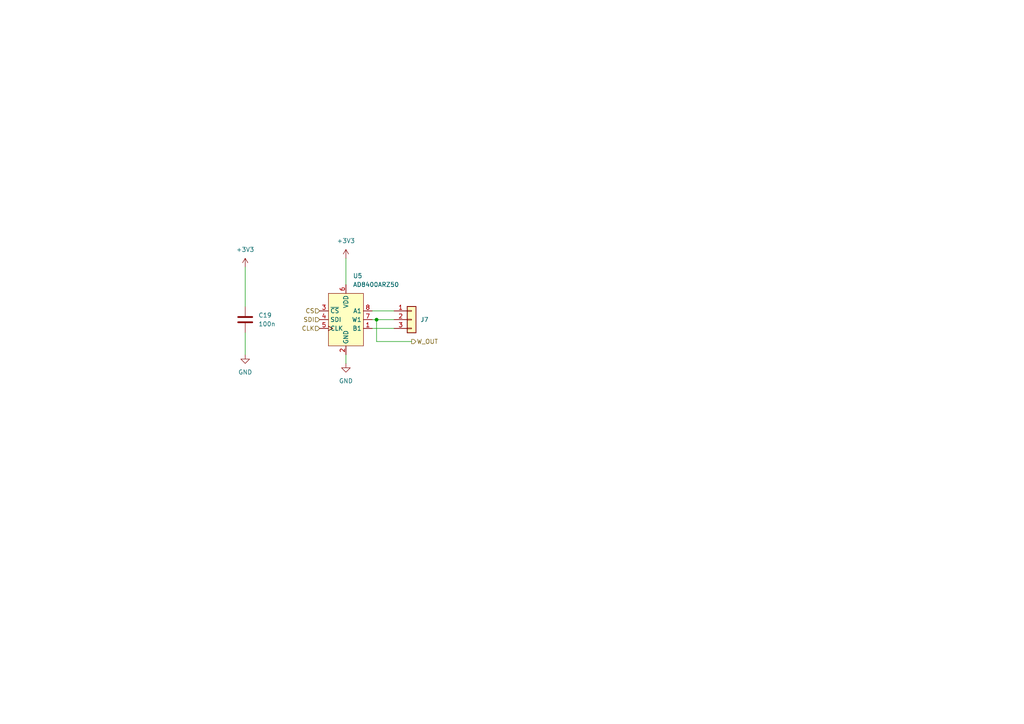
<source format=kicad_sch>
(kicad_sch (version 20211123) (generator eeschema)
  (paper "A4")
  (lib_symbols
    (symbol "Connector_Generic:Conn_01x03" (pin_names (offset 1.016) hide)
      (property "Reference" "J" (at 0 5.08 0))
      (property "Value" "Conn_01x03" (at 0 -5.08 0))
      (symbol "Conn_01x03_1_1"
        (rectangle (start -1.27 -2.413) (end 0 -2.667) (stroke (width 0.1524)))
        (rectangle (start -1.27 0.127) (end 0 -0.127) (stroke (width 0.1524)))
        (rectangle (start -1.27 2.667) (end 0 2.413) (stroke (width 0.1524)))
        (rectangle (start -1.27 3.81) (end 1.27 -3.81) (stroke (width 0.254)) (fill (type background)))
        (pin passive line (at -5.08 2.54 0) (length 3.81) (name "Pin_1") (number "1"))
        (pin passive line (at -5.08 0 0) (length 3.81) (name "Pin_2") (number "2"))
        (pin passive line (at -5.08 -2.54 0) (length 3.81) (name "Pin_3") (number "3"))
      )
    )
    (symbol "Device:C" (pin_numbers hide) (pin_names (offset 0.254))
      (property "Reference" "C" (at 0.635 2.54 0))
      (property "Value" "C" (at 0.635 -2.54 0))
      (symbol "C_0_1"
        (polyline (pts (xy -2.032 -0.762) (xy 2.032 -0.762)) (stroke (width 0.508)))
        (polyline (pts (xy -2.032 0.762) (xy 2.032 0.762)) (stroke (width 0.508)))
      )
      (symbol "C_1_1"
        (pin passive line (at 0 3.81 270) (length 2.794) (name "~") (number "1"))
        (pin passive line (at 0 -3.81 90) (length 2.794) (name "~") (number "2"))
      )
    )
    (symbol "power:+3V3" (power) (pin_names (offset 0))
      (property "Value" "+3V3" (at 0 3.556 0))
      (symbol "+3V3_0_1"
        (polyline (pts (xy -0.762 1.27) (xy 0 2.54)))
        (polyline (pts (xy 0 0) (xy 0 2.54)))
        (polyline (pts (xy 0 2.54) (xy 0.762 1.27)))
      )
      (symbol "+3V3_1_1"
        (pin power_in line (at 0 0 90) (length 0) hide (name "+3V3") (number "1"))
      )
    )
    (symbol "power:GND" (power) (pin_names (offset 0))
      (property "Value" "GND" (at 0 -3.81 0))
      (symbol "GND_0_1"
        (polyline (pts (xy 0 0) (xy 0 -1.27) (xy 1.27 -1.27) (xy 0 -2.54) (xy -1.27 -1.27) (xy 0 -1.27)))
      )
      (symbol "GND_1_1"
        (pin power_in line (at 0 0 270) (length 0) hide (name "GND") (number "1"))
      )
    )
    (symbol "symbols:AD8400ARZ50"
      (property "Reference" "U" (at 7.62 -7.62 0))
      (property "Value" "AD8400ARZ50" (at 5.08 10.16 0))
      (symbol "AD8400ARZ50_0_1"
        (rectangle (start -5.08 7.62) (end 5.08 -7.62) (stroke (width 0.1524)) (fill (type background)))
      )
      (symbol "AD8400ARZ50_1_1"
        (pin passive line (at 7.62 -2.54 180) (length 2.54) (name "B1") (number "1"))
        (pin power_in line (at 0 -10.16 90) (length 2.54) (name "GND") (number "2"))
        (pin input line (at -7.62 2.54 0) (length 2.54) (name "~{CS}") (number "3"))
        (pin input line (at -7.62 0 0) (length 2.54) (name "SDI") (number "4"))
        (pin input clock (at -7.62 -2.54 0) (length 2.54) (name "CLK") (number "5"))
        (pin power_in line (at 0 10.16 270) (length 2.54) (name "VDD") (number "6"))
        (pin passive line (at 7.62 0 180) (length 2.54) (name "W1") (number "7"))
        (pin passive line (at 7.62 2.54 180) (length 2.54) (name "A1") (number "8"))
      )
    )
  )
  (junction (at 109.22 92.71))
  (wire (pts (xy 71.12 96.52) (xy 71.12 102.87)))
  (wire (pts (xy 109.22 92.71) (xy 114.3 92.71)))
  (wire (pts (xy 107.95 92.71) (xy 109.22 92.71)))
  (wire (pts (xy 107.95 90.17) (xy 114.3 90.17)))
  (wire (pts (xy 100.33 102.87) (xy 100.33 105.41)))
  (wire (pts (xy 107.95 95.25) (xy 114.3 95.25)))
  (wire (pts (xy 109.22 99.06) (xy 119.38 99.06)))
  (wire (pts (xy 71.12 77.47) (xy 71.12 88.9)))
  (wire (pts (xy 109.22 92.71) (xy 109.22 99.06)))
  (wire (pts (xy 100.33 74.93) (xy 100.33 82.55)))
  (hierarchical_label "W_OUT" (shape output) (at 119.38 99.06 0))
  (hierarchical_label "CS" (shape input) (at 92.71 90.17 180))
  (hierarchical_label "CLK" (shape input) (at 92.71 95.25 180))
  (hierarchical_label "SDI" (shape input) (at 92.71 92.71 180))
  (symbol (lib_id "power:GND") (at 100.33 105.41 0) (unit 1)
    (property "Reference" "#PWR0162" (effects hide))
    (property "Value" "GND" (at 100.33 110.49 0))
  )
  (symbol (lib_id "Connector_Generic:Conn_01x03") (at 119.38 92.71 0) (unit 1)
    (property "Reference" "J7" (at 121.92 92.7099 0) (effects (justify left)))
    (property "Value" "Conn_01x03" (effects hide))
    (property "Footprint" "Connector_PinHeader_2.54mm:PinHeader_1x03_P2.54mm_Vertical" (effects hide))
  )
  (symbol (lib_id "power:GND") (at 71.12 102.87 0) (unit 1)
    (property "Reference" "#PWR0160" (effects hide))
    (property "Value" "GND" (at 71.12 107.95 0))
  )
  (symbol (lib_id "power:+3V3") (at 100.33 74.93 0) (unit 1)
    (property "Reference" "#PWR0161" (effects hide))
    (property "Value" "+3V3" (at 100.33 69.85 0))
  )
  (symbol (lib_id "symbols:AD8400ARZ50") (at 100.33 92.71 0) (unit 1)
    (property "Reference" "U5" (at 102.3494 80.01 0) (effects (justify left)))
    (property "Value" "AD8400ARZ50" (at 102.3494 82.55 0) (effects (justify left)))
    (property "Footprint" "Package_SO:SOP-8_3.9x4.9mm_P1.27mm" (effects hide))
  )
  (symbol (lib_id "power:+3V3") (at 71.12 77.47 0) (unit 1)
    (property "Reference" "#PWR0159" (effects hide))
    (property "Value" "+3V3" (at 71.12 72.39 0))
  )
  (symbol (lib_id "Device:C") (at 71.12 92.71 0) (unit 1)
    (property "Reference" "C19" (at 74.93 91.4399 0) (effects (justify left)))
    (property "Value" "100n" (at 74.93 93.9799 0) (effects (justify left)))
    (property "Footprint" "Capacitor_SMD:C_0603_1608Metric" (effects hide))
  )
)
</source>
